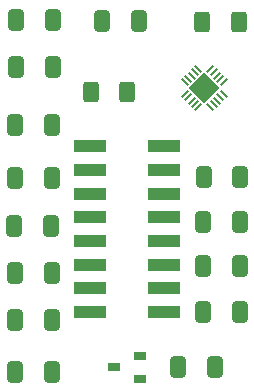
<source format=gbr>
%TF.GenerationSoftware,KiCad,Pcbnew,7.0.2-0*%
%TF.CreationDate,2023-11-12T18:23:23-05:00*%
%TF.ProjectId,Audio Module,41756469-6f20-44d6-9f64-756c652e6b69,rev?*%
%TF.SameCoordinates,Original*%
%TF.FileFunction,Paste,Top*%
%TF.FilePolarity,Positive*%
%FSLAX46Y46*%
G04 Gerber Fmt 4.6, Leading zero omitted, Abs format (unit mm)*
G04 Created by KiCad (PCBNEW 7.0.2-0) date 2023-11-12 18:23:23*
%MOMM*%
%LPD*%
G01*
G04 APERTURE LIST*
G04 Aperture macros list*
%AMRoundRect*
0 Rectangle with rounded corners*
0 $1 Rounding radius*
0 $2 $3 $4 $5 $6 $7 $8 $9 X,Y pos of 4 corners*
0 Add a 4 corners polygon primitive as box body*
4,1,4,$2,$3,$4,$5,$6,$7,$8,$9,$2,$3,0*
0 Add four circle primitives for the rounded corners*
1,1,$1+$1,$2,$3*
1,1,$1+$1,$4,$5*
1,1,$1+$1,$6,$7*
1,1,$1+$1,$8,$9*
0 Add four rect primitives between the rounded corners*
20,1,$1+$1,$2,$3,$4,$5,0*
20,1,$1+$1,$4,$5,$6,$7,0*
20,1,$1+$1,$6,$7,$8,$9,0*
20,1,$1+$1,$8,$9,$2,$3,0*%
%AMRotRect*
0 Rectangle, with rotation*
0 The origin of the aperture is its center*
0 $1 length*
0 $2 width*
0 $3 Rotation angle, in degrees counterclockwise*
0 Add horizontal line*
21,1,$1,$2,0,0,$3*%
G04 Aperture macros list end*
%ADD10R,2.750000X1.000000*%
%ADD11RoundRect,0.250000X0.412500X0.650000X-0.412500X0.650000X-0.412500X-0.650000X0.412500X-0.650000X0*%
%ADD12RoundRect,0.250000X-0.412500X-0.650000X0.412500X-0.650000X0.412500X0.650000X-0.412500X0.650000X0*%
%ADD13RoundRect,0.250000X0.400000X0.625000X-0.400000X0.625000X-0.400000X-0.625000X0.400000X-0.625000X0*%
%ADD14R,1.050000X0.650000*%
%ADD15RotRect,0.200000X0.800000X135.000000*%
%ADD16RotRect,0.200000X0.800000X45.000000*%
%ADD17RotRect,1.800000X1.800000X45.000000*%
G04 APERTURE END LIST*
D10*
%TO.C,J1*%
X112930000Y-85060000D03*
X106680000Y-85060000D03*
X112930000Y-87060000D03*
X106680000Y-87060000D03*
X112930000Y-89060000D03*
X106680000Y-89060000D03*
X112930000Y-91060000D03*
X106680000Y-91060000D03*
X112930000Y-93060000D03*
X106680000Y-93060000D03*
X112930000Y-95060000D03*
X106680000Y-95060000D03*
X112930000Y-97060000D03*
X106680000Y-97060000D03*
X112930000Y-99060000D03*
X106680000Y-99060000D03*
%TD*%
D11*
%TO.C,C14*%
X119380000Y-99060000D03*
X116255000Y-99060000D03*
%TD*%
D12*
%TO.C,C10*%
X100225700Y-91834300D03*
X103350700Y-91834300D03*
%TD*%
%TO.C,C5*%
X100314300Y-104140000D03*
X103439300Y-104140000D03*
%TD*%
%TO.C,C2*%
X100355500Y-95791900D03*
X103480500Y-95791900D03*
%TD*%
D13*
%TO.C,R1*%
X119246000Y-74511700D03*
X116146000Y-74511700D03*
%TD*%
D11*
%TO.C,C13*%
X119347600Y-95164700D03*
X116222600Y-95164700D03*
%TD*%
D14*
%TO.C,IC2*%
X110873700Y-104732000D03*
X110873700Y-102812000D03*
X108673700Y-103772000D03*
%TD*%
D12*
%TO.C,C6*%
X100420400Y-78339500D03*
X103545400Y-78339500D03*
%TD*%
D15*
%TO.C,IC1*%
X114722754Y-80628475D03*
X115005597Y-80911317D03*
X115288440Y-81194160D03*
X115571283Y-81477003D03*
X115854125Y-81759846D03*
D16*
X116844075Y-81759846D03*
X117126917Y-81477003D03*
X117409760Y-81194160D03*
X117692603Y-80911317D03*
X117975446Y-80628475D03*
D15*
X117975446Y-79638525D03*
X117692603Y-79355683D03*
X117409760Y-79072840D03*
X117126917Y-78789997D03*
X116844075Y-78507154D03*
D16*
X115854125Y-78507154D03*
X115571283Y-78789997D03*
X115288440Y-79072840D03*
X115005597Y-79355683D03*
X114722754Y-79638525D03*
D17*
X116349100Y-80133500D03*
%TD*%
D12*
%TO.C,C8*%
X116255000Y-91440000D03*
X119380000Y-91440000D03*
%TD*%
%TO.C,C7*%
X114109800Y-103707100D03*
X117234800Y-103707100D03*
%TD*%
%TO.C,C3*%
X100355500Y-87746900D03*
X103480500Y-87746900D03*
%TD*%
%TO.C,C4*%
X100355500Y-99749500D03*
X103480500Y-99749500D03*
%TD*%
D11*
%TO.C,C12*%
X103565200Y-74339000D03*
X100440200Y-74339000D03*
%TD*%
%TO.C,C9*%
X119406900Y-87629500D03*
X116281900Y-87629500D03*
%TD*%
D12*
%TO.C,C11*%
X107697600Y-74446800D03*
X110822600Y-74446800D03*
%TD*%
%TO.C,C1*%
X100355500Y-83205400D03*
X103480500Y-83205400D03*
%TD*%
D13*
%TO.C,R2*%
X109831500Y-80415700D03*
X106731500Y-80415700D03*
%TD*%
M02*

</source>
